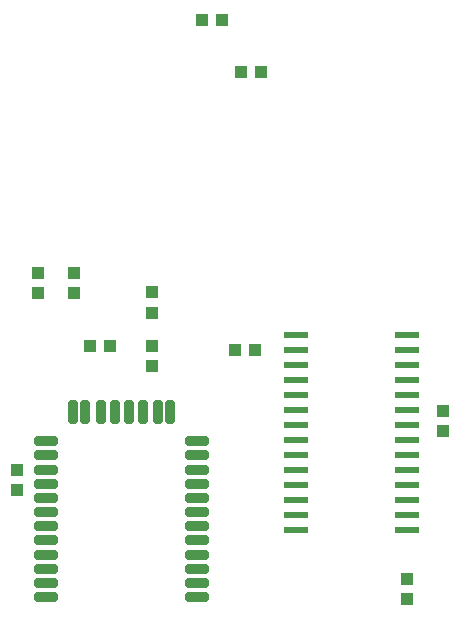
<source format=gbp>
%FSLAX44Y44*%
%MOMM*%
G71*
G01*
G75*
G04 Layer_Color=128*
%ADD10R,2.1800X1.6000*%
%ADD11R,1.0000X1.1000*%
%ADD12R,1.2500X1.1000*%
%ADD13R,3.2000X1.1200*%
%ADD14R,1.1000X1.0000*%
%ADD15R,1.1000X0.6000*%
%ADD16C,0.7000*%
%ADD17C,0.2540*%
%ADD18C,1.5240*%
%ADD19C,2.5000*%
%ADD20C,2.2000*%
%ADD21C,1.8000*%
%ADD22C,2.0000*%
%ADD23C,0.7000*%
%ADD24C,1.2700*%
%ADD25C,1.2100*%
%ADD26C,1.0000*%
%ADD27R,2.0000X0.6000*%
G04:AMPARAMS|DCode=28|XSize=2mm|YSize=0.8mm|CornerRadius=0.2mm|HoleSize=0mm|Usage=FLASHONLY|Rotation=270.000|XOffset=0mm|YOffset=0mm|HoleType=Round|Shape=RoundedRectangle|*
%AMROUNDEDRECTD28*
21,1,2.0000,0.4000,0,0,270.0*
21,1,1.6000,0.8000,0,0,270.0*
1,1,0.4000,-0.2000,-0.8000*
1,1,0.4000,-0.2000,0.8000*
1,1,0.4000,0.2000,0.8000*
1,1,0.4000,0.2000,-0.8000*
%
%ADD28ROUNDEDRECTD28*%
G04:AMPARAMS|DCode=29|XSize=2mm|YSize=0.8mm|CornerRadius=0.2mm|HoleSize=0mm|Usage=FLASHONLY|Rotation=0.000|XOffset=0mm|YOffset=0mm|HoleType=Round|Shape=RoundedRectangle|*
%AMROUNDEDRECTD29*
21,1,2.0000,0.4000,0,0,0.0*
21,1,1.6000,0.8000,0,0,0.0*
1,1,0.4000,0.8000,-0.2000*
1,1,0.4000,-0.8000,-0.2000*
1,1,0.4000,-0.8000,0.2000*
1,1,0.4000,0.8000,0.2000*
%
%ADD29ROUNDEDRECTD29*%
%ADD30C,0.5000*%
%ADD31C,1.0000*%
%ADD32C,0.1000*%
%ADD33C,0.2000*%
%ADD34C,0.3000*%
%ADD35R,1.0414X2.4384*%
%ADD36R,2.3832X1.8032*%
%ADD37R,1.2032X1.3032*%
%ADD38R,1.4532X1.3032*%
%ADD39R,3.4032X1.3232*%
%ADD40R,1.3032X1.2032*%
%ADD41R,1.3032X0.8032*%
%ADD42C,1.7272*%
%ADD43C,2.7032*%
%ADD44C,2.4032*%
%ADD45C,2.0032*%
%ADD46C,2.2032*%
%ADD47C,0.9032*%
%ADD48C,1.4732*%
%ADD49C,1.4132*%
%ADD50C,1.2032*%
%ADD51R,2.2000X13.3000*%
%ADD52R,2.2000X13.4000*%
%ADD53R,8.7884X2.1844*%
%ADD54R,2.2032X0.8032*%
G04:AMPARAMS|DCode=55|XSize=2.1mm|YSize=0.9mm|CornerRadius=0.25mm|HoleSize=0mm|Usage=FLASHONLY|Rotation=270.000|XOffset=0mm|YOffset=0mm|HoleType=Round|Shape=RoundedRectangle|*
%AMROUNDEDRECTD55*
21,1,2.1000,0.4000,0,0,270.0*
21,1,1.6000,0.9000,0,0,270.0*
1,1,0.5000,-0.2000,-0.8000*
1,1,0.5000,-0.2000,0.8000*
1,1,0.5000,0.2000,0.8000*
1,1,0.5000,0.2000,-0.8000*
%
%ADD55ROUNDEDRECTD55*%
G04:AMPARAMS|DCode=56|XSize=2.2032mm|YSize=1.0032mm|CornerRadius=0.3016mm|HoleSize=0mm|Usage=FLASHONLY|Rotation=270.000|XOffset=0mm|YOffset=0mm|HoleType=Round|Shape=RoundedRectangle|*
%AMROUNDEDRECTD56*
21,1,2.2032,0.4000,0,0,270.0*
21,1,1.6000,1.0032,0,0,270.0*
1,1,0.6032,-0.2000,-0.8000*
1,1,0.6032,-0.2000,0.8000*
1,1,0.6032,0.2000,0.8000*
1,1,0.6032,0.2000,-0.8000*
%
%ADD56ROUNDEDRECTD56*%
G04:AMPARAMS|DCode=57|XSize=2.2032mm|YSize=1.0032mm|CornerRadius=0.3016mm|HoleSize=0mm|Usage=FLASHONLY|Rotation=0.000|XOffset=0mm|YOffset=0mm|HoleType=Round|Shape=RoundedRectangle|*
%AMROUNDEDRECTD57*
21,1,2.2032,0.4000,0,0,0.0*
21,1,1.6000,1.0032,0,0,0.0*
1,1,0.6032,0.8000,-0.2000*
1,1,0.6032,-0.8000,-0.2000*
1,1,0.6032,-0.8000,0.2000*
1,1,0.6032,0.8000,0.2000*
%
%ADD57ROUNDEDRECTD57*%
D11*
X346456Y60062D02*
D03*
Y43062D02*
D03*
X376428Y202810D02*
D03*
Y185810D02*
D03*
X16002Y135772D02*
D03*
Y152772D02*
D03*
X130302Y302886D02*
D03*
Y285886D02*
D03*
X130048Y257674D02*
D03*
Y240674D02*
D03*
X64770Y302396D02*
D03*
Y319396D02*
D03*
X33528Y302650D02*
D03*
Y319650D02*
D03*
D14*
X217542Y254254D02*
D03*
X200542D02*
D03*
X77606Y257556D02*
D03*
X94606D02*
D03*
X222368Y489712D02*
D03*
X205368D02*
D03*
X189348Y533400D02*
D03*
X172348D02*
D03*
D27*
X252476Y101854D02*
D03*
Y114554D02*
D03*
Y127254D02*
D03*
Y139954D02*
D03*
Y152654D02*
D03*
Y165354D02*
D03*
Y178054D02*
D03*
Y190754D02*
D03*
Y203454D02*
D03*
Y216154D02*
D03*
Y228854D02*
D03*
Y241554D02*
D03*
Y254254D02*
D03*
Y266954D02*
D03*
X346476Y101854D02*
D03*
Y114554D02*
D03*
Y127254D02*
D03*
Y139954D02*
D03*
Y152654D02*
D03*
Y165354D02*
D03*
Y178054D02*
D03*
Y190754D02*
D03*
Y203454D02*
D03*
Y216154D02*
D03*
Y228854D02*
D03*
Y241554D02*
D03*
Y254254D02*
D03*
Y266954D02*
D03*
D28*
X135846Y201978D02*
D03*
X145846D02*
D03*
X122846D02*
D03*
X110846D02*
D03*
X98846D02*
D03*
X86846D02*
D03*
X73846D02*
D03*
X63846D02*
D03*
D29*
X168846Y44978D02*
D03*
Y56978D02*
D03*
Y68978D02*
D03*
Y80978D02*
D03*
Y92978D02*
D03*
Y104978D02*
D03*
Y116978D02*
D03*
Y128978D02*
D03*
Y140978D02*
D03*
Y152978D02*
D03*
Y164978D02*
D03*
Y176978D02*
D03*
X40846D02*
D03*
Y164978D02*
D03*
Y152978D02*
D03*
Y140978D02*
D03*
Y128978D02*
D03*
Y116978D02*
D03*
Y104978D02*
D03*
Y92978D02*
D03*
Y80978D02*
D03*
Y68978D02*
D03*
Y56978D02*
D03*
Y44978D02*
D03*
M02*

</source>
